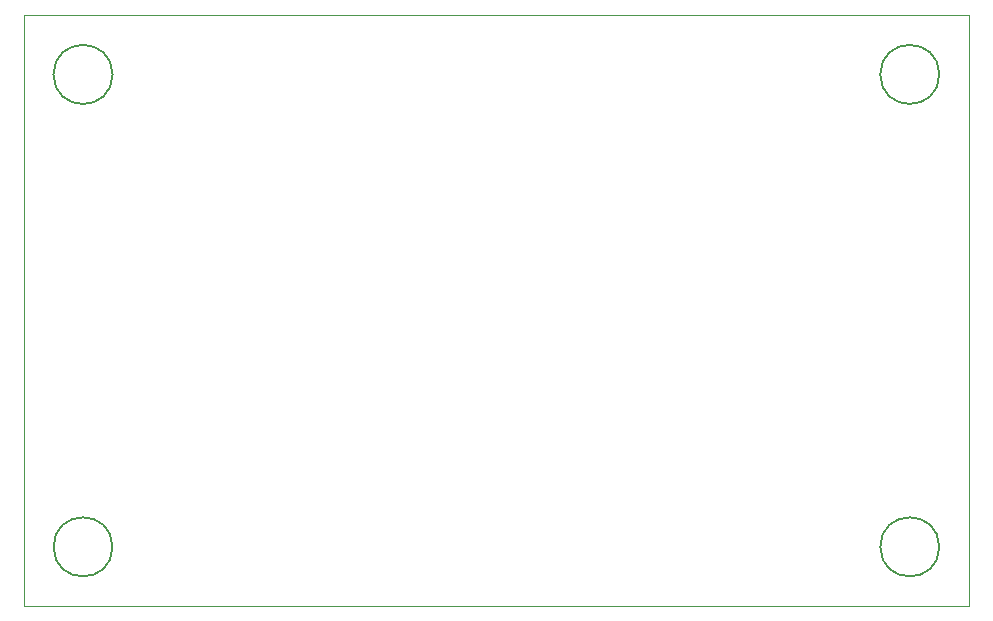
<source format=gbr>
%TF.GenerationSoftware,KiCad,Pcbnew,8.0.1*%
%TF.CreationDate,2024-04-07T11:58:20+02:00*%
%TF.ProjectId,RobotASK,526f626f-7441-4534-9b2e-6b696361645f,rev?*%
%TF.SameCoordinates,Original*%
%TF.FileFunction,Profile,NP*%
%FSLAX46Y46*%
G04 Gerber Fmt 4.6, Leading zero omitted, Abs format (unit mm)*
G04 Created by KiCad (PCBNEW 8.0.1) date 2024-04-07 11:58:20*
%MOMM*%
%LPD*%
G01*
G04 APERTURE LIST*
%TA.AperFunction,Profile*%
%ADD10C,0.200000*%
%TD*%
%TA.AperFunction,Profile*%
%ADD11C,0.050000*%
%TD*%
G04 APERTURE END LIST*
D10*
X77500000Y-95000000D02*
G75*
G02*
X72500000Y-95000000I-2500000J0D01*
G01*
X72500000Y-95000000D02*
G75*
G02*
X77500000Y-95000000I2500000J0D01*
G01*
D11*
X70000000Y-50000000D02*
X150000000Y-50000000D01*
X150000000Y-100000000D01*
X70000000Y-100000000D01*
X70000000Y-50000000D01*
D10*
X147500000Y-95000000D02*
G75*
G02*
X142500000Y-95000000I-2500000J0D01*
G01*
X142500000Y-95000000D02*
G75*
G02*
X147500000Y-95000000I2500000J0D01*
G01*
X147500000Y-55000000D02*
G75*
G02*
X142500000Y-55000000I-2500000J0D01*
G01*
X142500000Y-55000000D02*
G75*
G02*
X147500000Y-55000000I2500000J0D01*
G01*
X77500000Y-55000000D02*
G75*
G02*
X72500000Y-55000000I-2500000J0D01*
G01*
X72500000Y-55000000D02*
G75*
G02*
X77500000Y-55000000I2500000J0D01*
G01*
M02*

</source>
